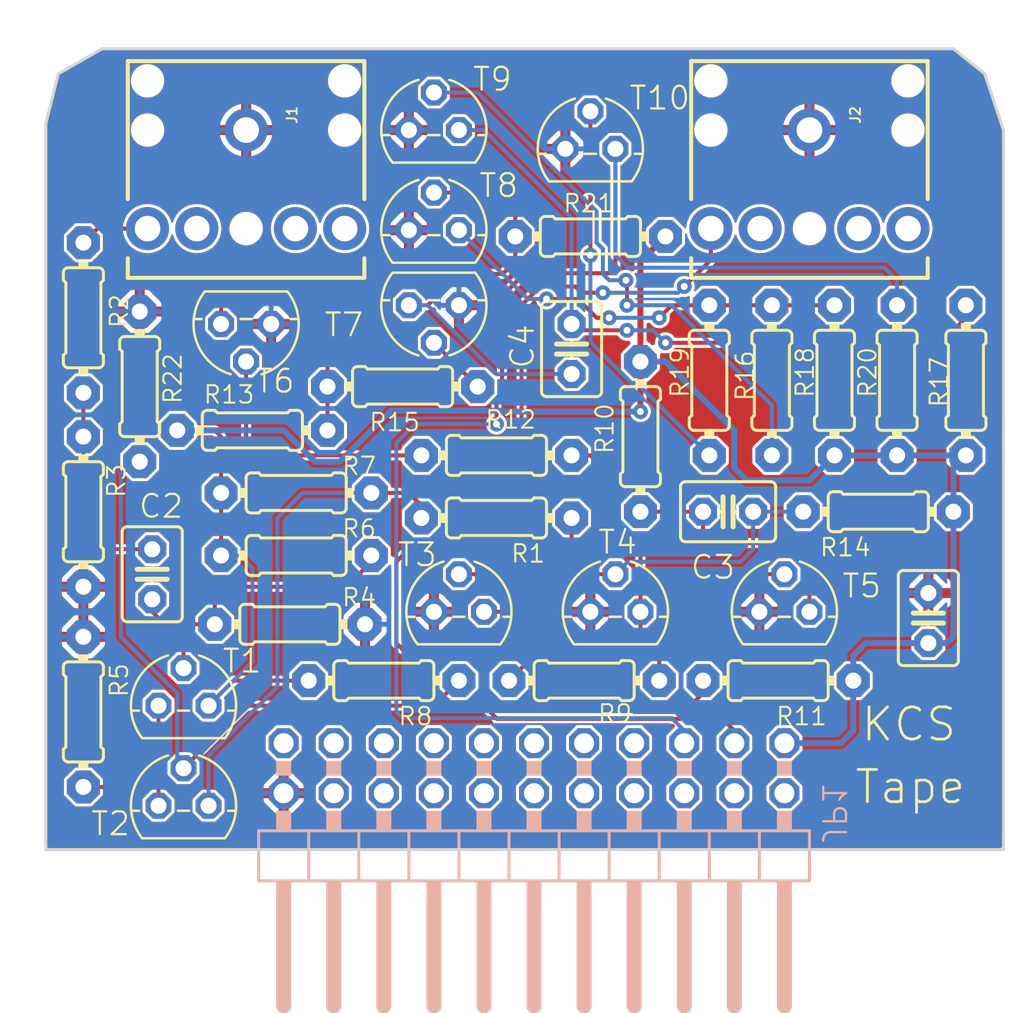
<source format=kicad_pcb>
(kicad_pcb (version 20240108) (generator "pcbnew") (generator_version "8.0")
  (layers (0 "F.Cu" signal) (31 "B.Cu" signal) (34 "B.Paste" user) (35 "F.Paste" user) (36 "B.SilkS" user "B.Silkscreen") (37 "F.SilkS" user "F.Silkscreen") (38 "B.Mask" user) (39 "F.Mask" user) (44 "Edge.Cuts" user))
  (net 0 "")
  (net 1 "VCC")
  (net 2 "GND")
  (net 3 "N$1")
  (net 4 "N$2")
  (net 5 "N$3")
  (net 6 "DIGITAL")
  (net 7 "N$6")
  (net 8 "N$5")
  (net 9 "N$7")
  (net 10 "TAPE_EAR")
  (net 11 "TAPE_MIC")
  (net 12 "N$8")
  (net 13 "N$9")
  (net 14 "N$10")
  (net 15 "N$12")
  (net 16 "N$13")
  (net 17 "LONGS")
  (net 18 "N$16")
  (net 19 "N$17")
  (net 20 "N$18")
  (net 21 "N$19")
  (net 22 "N$20")
  (net 23 "N$21")
  (footprint "Tape_V2:TO92_402" (layer "F.Cu") (at 145.16735 113.2586)
    (property "Reference" "T3")
    (property "Value" "2N3904")
  )
  (footprint "Tape_V2:C025-030X050_420" (layer "F.Cu") (at 158.81985 108.1786)
    (property "Reference" "C3")
    (property "Value" "0.1uF")
  )
  (footprint "Tape_V2:TO92_402" (layer "F.Cu") (at 151.83485 89.7636)
    (property "Reference" "T10")
    (property "Value" "2N3904")
  )
  (footprint "Tape_V2:0204_7_420" (layer "F.Cu") (at 126.11735 118.3386 -90)
    (property "Reference" "R5")
    (property "Value" "100")
  )
  (footprint "Tape_V2:AUDIO-JACK_513" (layer "F.Cu") (at 134.37235 88.8111 -90)
    (property "Reference" "J1")
    (property "Value" "AUDIO_JACK_3.5MM_PTH")
  )
  (footprint "Tape_V2:0204_7_420" (layer "F.Cu") (at 134.68985 104.0511)
    (property "Reference" "R13")
    (property "Value" "1k")
  )
  (footprint "Tape_V2:0204_7_420" (layer "F.Cu") (at 157.86735 101.5111 90)
    (property "Reference" "R19")
    (property "Value" "LIM")
  )
  (footprint "Tape_V2:0204_7_420" (layer "F.Cu") (at 136.59485 113.8936 180)
    (property "Reference" "R4")
    (property "Value" "3k")
  )
  (footprint "Tape_V2:TO92_402" (layer "F.Cu") (at 143.89735 88.8111)
    (property "Reference" "T9")
    (property "Value" "2N3904")
  )
  (footprint "Tape_V2:0204_7_420" (layer "F.Cu") (at 136.91235 107.2261 180)
    (property "Reference" "R7")
    (property "Value" "1k")
  )
  (footprint "Tape_V2:C025-030X050_420" (layer "F.Cu") (at 129.60985 111.3536 90)
    (property "Reference" "C2")
    (property "Value" "0.1uF")
  )
  (footprint "Tape_V2:0204_7_420" (layer "F.Cu") (at 128.97485 101.8286 -90)
    (property "Reference" "R22")
    (property "Value" "3k")
  )
  (footprint "Tape_V2:TO92_402" (layer "F.Cu") (at 131.19735 123.1011)
    (property "Reference" "T2")
    (property "Value" "2N3904")
  )
  (footprint "Tape_V2:0204_7_420" (layer "F.Cu") (at 126.11735 98.3361 -90)
    (property "Reference" "R2")
    (property "Value" "100")
  )
  (footprint "Tape_V2:TO92_402" (layer "F.Cu") (at 143.89735 93.8911)
    (property "Reference" "T8")
    (property "Value" "2N3904")
  )
  (footprint "Tape_V2:TO92_402" (layer "F.Cu") (at 143.89735 97.7011 180)
    (property "Reference" "T7")
    (property "Value" "2N3904")
  )
  (footprint "Tape_V2:C025-030X050_420" (layer "F.Cu") (at 168.97985 113.5761 90)
    (property "Reference" "C1" (hide yes))
    (property "Value" "0.1uF")
  )
  (footprint "Tape_V2:0204_7_420" (layer "F.Cu") (at 167.39235 101.5111 90)
    (property "Reference" "R20")
    (property "Value" "1k")
  )
  (footprint "Tape_V2:0204_7_420" (layer "F.Cu") (at 151.83485 94.2086 180)
    (property "Reference" "R21")
    (property "Value" "80k")
  )
  (footprint "Tape_V2:0204_7_420" (layer "F.Cu") (at 154.37485 104.3686 90)
    (property "Reference" "R10")
    (property "Value" "1k")
  )
  (footprint "Tape_V2:0204_7_420" (layer "F.Cu") (at 147.07235 105.3211)
    (property "Reference" "R12")
    (property "Value" "LIM")
  )
  (footprint "Tape_V2:0204_7_420" (layer "F.Cu") (at 136.91235 110.4011 180)
    (property "Reference" "R6")
    (property "Value" "10k")
  )
  (footprint "Tape_V2:AUDIO-JACK_513" (layer "F.Cu") (at 162.94735 88.8111 -90)
    (property "Reference" "J2")
    (property "Value" "AUDIO_JACK_3.5MM_PTH")
  )
  (footprint "Tape_V2:TO92_402" (layer "F.Cu") (at 153.10485 113.2586)
    (property "Reference" "T4")
    (property "Value" "2N3904")
  )
  (footprint "Tape_V2:0204_7_420" (layer "F.Cu") (at 161.04235 101.5111 -90)
    (property "Reference" "R16")
    (property "Value" "LIM")
  )
  (footprint "Tape_V2:0204_7_420" (layer "F.Cu") (at 161.35985 116.7511 180)
    (property "Reference" "R11")
    (property "Value" "1k")
  )
  (footprint "Tape_V2:TO92_402" (layer "F.Cu") (at 134.37235 98.6536 180)
    (property "Reference" "T6")
    (property "Value" "2N3904")
  )
  (footprint "Tape_V2:0204_7_420" (layer "F.Cu") (at 147.07235 108.4961 180)
    (property "Reference" "R1")
    (property "Value" "LIM")
  )
  (footprint "Tape_V2:0204_7_420" (layer "F.Cu") (at 170.88485 101.5111 -90)
    (property "Reference" "R17")
    (property "Value" "1k")
  )
  (footprint "Tape_V2:0204_7_420" (layer "F.Cu") (at 142.30985 101.8286 180)
    (property "Reference" "R15")
    (property "Value" "LIM")
  )
  (footprint "Tape_V2:TO92_402" (layer "F.Cu") (at 131.19735 118.0211)
    (property "Reference" "T1")
    (property "Value" "2N3904")
  )
  (footprint "Tape_V2:TO92_402" (layer "F.Cu") (at 161.67735 113.2586)
    (property "Reference" "T5")
    (property "Value" "2N3904")
  )
  (footprint "Tape_V2:0204_7_420" (layer "F.Cu") (at 164.21735 101.5111 90)
    (property "Reference" "R18")
    (property "Value" "1k")
  )
  (footprint "Tape_V2:0204_7_420" (layer "F.Cu") (at 166.43985 108.1786 180)
    (property "Reference" "R14")
    (property "Value" "22k")
  )
  (footprint "Tape_V2:0204_7_420" (layer "F.Cu") (at 141.35735 116.7511 180)
    (property "Reference" "R8")
    (property "Value" "10k")
  )
  (footprint "Tape_V2:C025-030X050_420" (layer "F.Cu") (at 150.88235 99.9236 -90)
    (property "Reference" "C4")
    (property "Value" "0.1uF")
  )
  (footprint "Tape_V2:0204_7_420" (layer "F.Cu") (at 126.11735 108.1786 90)
    (property "Reference" "R3")
    (property "Value" "50")
  )
  (footprint "Tape_V2:0204_7_420" (layer "F.Cu") (at 151.51735 116.7511)
    (property "Reference" "R9")
    (property "Value" "LIM")
  )
  (footprint "Tape_V2:2X11_90_325" (layer "B.Cu") (at 148.97735 126.2761)
    (property "Reference" "JP1")
    (property "Value" "")
  )
  (gr_line (start 124.84735 85.9536) (end 127.06985 84.6836) (stroke (width 0.1524)) (layer "Edge.Cuts"))
  (gr_line (start 172.78985 88.8111) (end 172.78985 125.3236) (stroke (width 0.1524)) (layer "Edge.Cuts"))
  (gr_line (start 127.06985 84.6836) (end 170.24985 84.6836) (stroke (width 0.1524)) (layer "Edge.Cuts"))
  (gr_line (start 170.24985 84.6836) (end 171.83735 85.9536) (stroke (width 0.1524)) (layer "Edge.Cuts"))
  (gr_line (start 124.21235 88.4936) (end 124.21235 125.3236) (stroke (width 0.1524)) (layer "Edge.Cuts"))
  (gr_line (start 124.21235 88.4936) (end 124.84735 85.9536) (stroke (width 0.1524)) (layer "Edge.Cuts"))
  (gr_line (start 124.21235 125.3236) (end 172.78985 125.3236) (stroke (width 0.1524)) (layer "Edge.Cuts"))
  (gr_line (start 171.83735 85.9536) (end 172.78985 88.8111) (stroke (width 0.1524)) (layer "Edge.Cuts"))
  (gr_text "KCS" (at 165.48735 119.9261 0) (layer "F.SilkS") (effects (font (size 1.63576 1.63576) (thickness 0.14224)) (justify left bottom)))
  (gr_text "Tape" (at 165.16985 123.1011 0) (layer "F.SilkS") (effects (font (size 1.63576 1.63576) (thickness 0.14224)) (justify left bottom)))
  (segment (start 133.10235 104.3686) (end 133.10235 107.2261) (width 0.2032) (layer "F.Cu") (net 1))
  (segment (start 154.37485 95.4786) (end 155.64485 94.2086) (width 0.3048) (layer "F.Cu") (net 1))
  (segment (start 133.10235 110.4011) (end 133.10235 107.2261) (width 0.2032) (layer "F.Cu") (net 1))
  (segment (start 133.73735 116.7511) (end 132.46735 118.0211) (width 0.2032) (layer "F.Cu") (net 1))
  (segment (start 154.37485 100.5586) (end 154.37485 95.4786) (width 0.3048) (layer "F.Cu") (net 1))
  (segment (start 130.87985 104.0511) (end 132.78485 104.0511) (width 0.2032) (layer "F.Cu") (net 1))
  (segment (start 154.37485 103.0986) (end 154.37485 100.5586) (width 0.3048) (layer "F.Cu") (net 1))
  (segment (start 132.78485 104.0511) (end 133.10235 104.3686) (width 0.2032) (layer "F.Cu") (net 1))
  (segment (start 137.54735 116.7511) (end 133.73735 116.7511) (width 0.2032) (layer "F.Cu") (net 1))
  (via (at 154.37485 103.0986) (size 0.7564) (drill 0.35) (layers "F.Cu" "B.Cu") (net 1))
  (segment (start 165.80485 114.8461) (end 168.97985 114.8461) (width 0.3048) (layer "B.Cu") (net 1))
  (segment (start 170.24985 114.5286) (end 170.24985 108.1786) (width 0.3048) (layer "B.Cu") (net 1))
  (segment (start 164.53485 119.9261) (end 165.16985 119.2911) (width 0.3048) (layer "B.Cu") (net 1))
  (segment (start 170.24985 105.3211) (end 170.88485 105.3211) (width 0.3048) (layer "B.Cu") (net 1))
  (segment (start 161.67735 119.9261) (end 164.53485 119.9261) (width 0.3048) (layer "B.Cu") (net 1))
  (segment (start 170.88485 105.3211) (end 167.39235 105.3211) (width 0.3048) (layer "B.Cu") (net 1))
  (segment (start 159.13735 104.0511) (end 155.64485 100.5586) (width 0.3048) (layer "B.Cu") (net 1))
  (segment (start 155.64485 100.5586) (end 154.37485 100.5586) (width 0.3048) (layer "B.Cu") (net 1))
  (segment (start 169.93235 114.8461) (end 170.24985 114.5286) (width 0.3048) (layer "B.Cu") (net 1))
  (segment (start 134.68985 111.0361) (end 134.05485 110.4011) (width 0.2032) (layer "B.Cu") (net 1))
  (segment (start 141.72285 103.0506) (end 147.355262 103.0506) (width 0.3048) (layer "B.Cu") (net 1))
  (segment (start 162.94735 106.5911) (end 159.77235 106.5911) (width 0.3048) (layer "B.Cu") (net 1))
  (segment (start 159.77235 106.5911) (end 159.13735 105.9561) (width 0.3048) (layer "B.Cu") (net 1))
  (segment (start 147.355262 103.0506) (end 147.403262 103.0986) (width 0.3048) (layer "B.Cu") (net 1))
  (segment (start 134.68985 115.7986) (end 134.68985 111.0361) (width 0.2032) (layer "B.Cu") (net 1))
  (segment (start 170.24985 108.1786) (end 170.24985 105.3211) (width 0.3048) (layer "B.Cu") (net 1))
  (segment (start 130.87985 104.0511) (end 136.27735 104.0511) (width 0.3048) (layer "B.Cu") (net 1))
  (segment (start 167.39235 105.3211) (end 164.21735 105.3211) (width 0.3048) (layer "B.Cu") (net 1))
  (segment (start 168.97985 114.8461) (end 169.93235 114.8461) (width 0.3048) (layer "B.Cu") (net 1))
  (segment (start 159.13735 105.9561) (end 159.13735 104.0511) (width 0.3048) (layer "B.Cu") (net 1))
  (segment (start 165.16985 115.4811) (end 165.80485 114.8461) (width 0.3048) (layer "B.Cu") (net 1))
  (segment (start 132.46735 118.0211) (end 134.68985 115.7986) (width 0.2032) (layer "B.Cu") (net 1))
  (segment (start 165.16985 119.2911) (end 165.16985 116.7511) (width 0.3048) (layer "B.Cu") (net 1))
  (segment (start 136.27735 104.0511) (end 137.86485 105.6386) (width 0.3048) (layer "B.Cu") (net 1))
  (segment (start 139.13485 105.6386) (end 141.72285 103.0506) (width 0.3048) (layer "B.Cu") (net 1))
  (segment (start 164.21735 105.3211) (end 162.94735 106.5911) (width 0.3048) (layer "B.Cu") (net 1))
  (segment (start 134.05485 110.4011) (end 133.10235 110.4011) (width 0.2032) (layer "B.Cu") (net 1))
  (segment (start 137.86485 105.6386) (end 139.13485 105.6386) (width 0.3048) (layer "B.Cu") (net 1))
  (segment (start 165.16985 116.7511) (end 165.16985 115.4811) (width 0.3048) (layer "B.Cu") (net 1))
  (segment (start 147.403262 103.0986) (end 154.37485 103.0986) (width 0.3048) (layer "B.Cu") (net 1))
  (segment (start 126.11735 122.1486) (end 129.92735 122.1486) (width 0.2032) (layer "F.Cu") (net 3))
  (segment (start 129.92735 118.0211) (end 129.92735 122.1486) (width 0.2032) (layer "F.Cu") (net 3))
  (segment (start 129.92735 122.1486) (end 129.92735 123.1011) (width 0.2032) (layer "F.Cu") (net 3))
  (segment (start 133.41985 111.9886) (end 132.78485 112.6236) (width 0.2032) (layer "F.Cu") (net 4))
  (segment (start 130.24485 113.8936) (end 131.19735 113.8936) (width 0.2032) (layer "F.Cu") (net 4))
  (segment (start 131.19735 116.1161) (end 131.19735 113.8936) (width 0.2032) (layer "F.Cu") (net 4))
  (segment (start 130.24485 113.8936) (end 129.60985 113.2586) (width 0.2032) (layer "F.Cu") (net 4))
  (segment (start 140.72235 110.7186) (end 139.45235 111.9886) (width 0.2032) (layer "F.Cu") (net 4))
  (segment (start 132.78485 112.6236) (end 132.78485 113.8936) (width 0.2032) (layer "F.Cu") (net 4))
  (segment (start 129.60985 112.6236) (end 129.60985 113.2586) (width 0.2032) (layer "F.Cu") (net 4))
  (segment (start 139.45235 111.9886) (end 133.41985 111.9886) (width 0.2032) (layer "F.Cu") (net 4))
  (segment (start 140.72235 110.4011) (end 140.72235 110.7186) (width 0.2032) (layer "F.Cu") (net 4))
  (segment (start 132.78485 113.8936) (end 131.19735 113.8936) (width 0.2032) (layer "F.Cu") (net 4))
  (segment (start 126.11735 104.3686) (end 126.11735 108.8136) (width 0.2032) (layer "F.Cu") (net 5))
  (segment (start 126.11735 102.1461) (end 126.11735 104.3686) (width 0.2032) (layer "F.Cu") (net 5))
  (segment (start 127.38735 110.0836) (end 126.11735 108.8136) (width 0.2032) (layer "F.Cu") (net 5))
  (segment (start 129.60985 110.0836) (end 127.38735 110.0836) (width 0.2032) (layer "F.Cu") (net 5))
  (segment (start 142.62735 107.2261) (end 143.26235 107.8611) (width 0.2032) (layer "F.Cu") (net 6))
  (segment (start 140.72235 107.2261) (end 142.62735 107.2261) (width 0.2032) (layer "F.Cu") (net 6))
  (segment (start 143.26235 107.8611) (end 143.26235 108.4961) (width 0.2032) (layer "F.Cu") (net 6))
  (segment (start 135.95985 108.4961) (end 137.22985 107.2261) (width 0.2032) (layer "B.Cu") (net 6))
  (segment (start 135.95985 117.0686) (end 135.95985 108.4961) (width 0.2032) (layer "B.Cu") (net 6))
  (segment (start 132.46735 123.1011) (end 132.46735 120.5611) (width 0.2032) (layer "B.Cu") (net 6))
  (segment (start 137.22985 107.2261) (end 140.72235 107.2261) (width 0.2032) (layer "B.Cu") (net 6))
  (segment (start 132.46735 120.5611) (end 135.95985 117.0686) (width 0.2032) (layer "B.Cu") (net 6))
  (segment (start 134.37235 118.0211) (end 131.19735 121.1961) (width 0.2032) (layer "F.Cu") (net 7))
  (segment (start 145.16735 116.7511) (end 143.89735 118.0211) (width 0.2032) (layer "F.Cu") (net 7))
  (segment (start 143.89735 118.0211) (end 134.37235 118.0211) (width 0.2032) (layer "F.Cu") (net 7))
  (segment (start 130.87985 120.8786) (end 130.87985 117.3861) (width 0.2032) (layer "B.Cu") (net 7))
  (segment (start 128.02235 106.2736) (end 128.65735 105.6386) (width 0.2032) (layer "B.Cu") (net 7))
  (segment (start 128.65735 105.6386) (end 128.97485 105.6386) (width 0.2032) (layer "B.Cu") (net 7))
  (segment (start 131.19735 121.1961) (end 130.87985 120.8786) (width 0.2032) (layer "B.Cu") (net 7))
  (segment (start 128.02235 114.5286) (end 128.02235 106.2736) (width 0.2032) (layer "B.Cu") (net 7))
  (segment (start 130.87985 117.3861) (end 128.02235 114.5286) (width 0.2032) (layer "B.Cu") (net 7))
  (segment (start 149.92985 111.3536) (end 150.88235 110.4011) (width 0.2032) (layer "F.Cu") (net 8))
  (segment (start 150.88235 110.4011) (end 150.88235 108.4961) (width 0.2032) (layer "F.Cu") (net 8))
  (segment (start 145.16735 111.3536) (end 149.92985 111.3536) (width 0.2032) (layer "F.Cu") (net 8))
  (segment (start 126.11735 94.5261) (end 126.83235 93.8111) (width 0.2032) (layer "F.Cu") (net 9))
  (segment (start 129.37235 93.8111) (end 126.83235 93.8111) (width 0.2032) (layer "F.Cu") (net 9))
  (segment (start 147.07235 103.7336) (end 147.07235 102.420707) (width 0.2032) (layer "F.Cu") (net 10))
  (segment (start 147.35175 102.141307) (end 147.35175 97.2363) (width 0.2032) (layer "F.Cu") (net 10))
  (segment (start 153.10485 96.0755) (end 153.10485 89.7636) (width 0.2032) (layer "F.Cu") (net 10))
  (segment (start 147.07235 102.420707) (end 147.35175 102.141307) (width 0.2032) (layer "F.Cu") (net 10))
  (segment (start 148.51255 96.0755) (end 153.10485 96.0755) (width 0.2032) (layer "F.Cu") (net 10))
  (segment (start 147.35175 97.2363) (end 148.51255 96.0755) (width 0.2032) (layer "F.Cu") (net 10))
  (via (at 147.07235 103.7336) (size 0.7564) (drill 0.35) (layers "F.Cu" "B.Cu") (net 10))
  (segment (start 142.30985 118.6561) (end 155.96235 118.6561) (width 0.2032) (layer "B.Cu") (net 10))
  (segment (start 166.75735 95.7961) (end 153.73985 95.7961) (width 0.2032) (layer "B.Cu") (net 10))
  (segment (start 167.39235 97.7011) (end 167.39235 96.4311) (width 0.2032) (layer "B.Cu") (net 10))
  (segment (start 141.99235 104.6861) (end 141.99235 118.3386) (width 0.2032) (layer "B.Cu") (net 10))
  (segment (start 155.96235 118.6561) (end 156.59735 119.2911) (width 0.2032) (layer "B.Cu") (net 10))
  (segment (start 142.94485 103.7336) (end 147.07235 103.7336) (width 0.2032) (layer "B.Cu") (net 10))
  (segment (start 141.99235 118.3386) (end 142.30985 118.6561) (width 0.2032) (layer "B.Cu") (net 10))
  (segment (start 156.59735 119.2911) (end 156.59735 119.9261) (width 0.2032) (layer "B.Cu") (net 10))
  (segment (start 153.10485 95.1611) (end 153.10485 89.7636) (width 0.2032) (layer "B.Cu") (net 10))
  (segment (start 153.73985 95.7961) (end 153.10485 95.1611) (width 0.2032) (layer "B.Cu") (net 10))
  (segment (start 142.94485 103.7336) (end 141.99235 104.6861) (width 0.2032) (layer "B.Cu") (net 10))
  (segment (start 167.39235 96.4311) (end 166.75735 95.7961) (width 0.2032) (layer "B.Cu") (net 10))
  (segment (start 142.30985 115.1636) (end 145.80235 115.1636) (width 0.2032) (layer "F.Cu") (net 11))
  (segment (start 157.94735 93.8111) (end 157.94735 95.3986) (width 0.2032) (layer "F.Cu") (net 11))
  (segment (start 156.74465 118.6942) (end 156.78275 118.6561) (width 0.2032) (layer "F.Cu") (net 11))
  (segment (start 141.99235 114.8461) (end 142.30985 115.1636) (width 0.2032) (layer "F.Cu") (net 11))
  (segment (start 151.38525 97.0661) (end 151.07055 96.7514) (width 0.2032) (layer "F.Cu") (net 11))
  (segment (start 159.13735 119.2911) (end 159.13735 119.9261) (width 0.2032) (layer "F.Cu") (net 11))
  (segment (start 157.94735 95.3986) (end 156.59735 96.7486) (width 0.2032) (layer "F.Cu") (net 11))
  (segment (start 141.99235 110.7186) (end 141.99235 114.8461) (width 0.2032) (layer "F.Cu") (net 11))
  (segment (start 149.29485 96.7486) (end 148.34235 97.7011) (width 0.2032) (layer "F.Cu") (net 11))
  (segment (start 147.11045 118.6942) (end 156.74465 118.6942) (width 0.2032) (layer "F.Cu") (net 11))
  (segment (start 148.34235 97.7011) (end 148.34235 109.4486) (width 0.2032) (layer "F.Cu") (net 11))
  (segment (start 148.34235 109.4486) (end 147.70735 110.0836) (width 0.2032) (layer "F.Cu") (net 11))
  (segment (start 145.80235 115.1636) (end 146.43735 115.7986) (width 0.2032) (layer "F.Cu") (net 11))
  (segment (start 156.78275 118.6561) (end 158.50235 118.6561) (width 0.2032) (layer "F.Cu") (net 11))
  (segment (start 151.07055 96.7514) (end 149.29765 96.7514) (width 0.2032) (layer "F.Cu") (net 11))
  (segment (start 149.29765 96.7514) (end 149.29485 96.7486) (width 0.2032) (layer "F.Cu") (net 11))
  (segment (start 146.43735 118.0211) (end 147.11045 118.6942) (width 0.2032) (layer "F.Cu") (net 11))
  (segment (start 142.62735 110.0836) (end 141.99235 110.7186) (width 0.2032) (layer "F.Cu") (net 11))
  (segment (start 152.46985 97.0661) (end 151.38525 97.0661) (width 0.2032) (layer "F.Cu") (net 11))
  (segment (start 158.50235 118.6561) (end 159.13735 119.2911) (width 0.2032) (layer "F.Cu") (net 11))
  (segment (start 146.43735 115.7986) (end 146.43735 118.0211) (width 0.2032) (layer "F.Cu") (net 11))
  (segment (start 147.70735 110.0836) (end 142.62735 110.0836) (width 0.2032) (layer "F.Cu") (net 11))
  (via (at 156.59735 96.7486) (size 0.7564) (drill 0.35) (layers "F.Cu" "B.Cu") (net 11))
  (via (at 152.46985 97.0661) (size 0.7564) (drill 0.35) (layers "F.Cu" "B.Cu") (net 11))
  (segment (start 156.27985 97.0661) (end 152.46985 97.0661) (width 0.2032) (layer "B.Cu") (net 11))
  (segment (start 156.59735 96.7486) (end 156.27985 97.0661) (width 0.2032) (layer "B.Cu") (net 11))
  (segment (start 146.43735 113.2586) (end 149.92985 113.2586) (width 0.2032) (layer "F.Cu") (net 12))
  (segment (start 151.83485 111.3536) (end 153.10485 111.3536) (width 0.2032) (layer "F.Cu") (net 12))
  (segment (start 149.92985 113.2586) (end 151.83485 111.3536) (width 0.2032) (layer "F.Cu") (net 12))
  (segment (start 153.73985 110.7186) (end 159.45485 110.7186) (width 0.2032) (layer "B.Cu") (net 12))
  (segment (start 162.62985 108.1786) (end 160.08985 108.1786) (width 0.2032) (layer "B.Cu") (net 12))
  (segment (start 160.08985 110.0836) (end 160.08985 108.1786) (width 0.2032) (layer "B.Cu") (net 12))
  (segment (start 159.45485 110.7186) (end 160.08985 110.0836) (width 0.2032) (layer "B.Cu") (net 12))
  (segment (start 153.10485 111.3536) (end 153.73985 110.7186) (width 0.2032) (layer "B.Cu") (net 12))
  (segment (start 155.32735 116.7511) (end 155.32735 115.4811) (width 0.2032) (layer "F.Cu") (net 13))
  (segment (start 155.32735 115.4811) (end 159.45485 111.3536) (width 0.2032) (layer "F.Cu") (net 13))
  (segment (start 159.45485 111.3536) (end 161.67735 111.3536) (width 0.2032) (layer "F.Cu") (net 13))
  (segment (start 162.94735 110.4011) (end 162.31235 109.7661) (width 0.2032) (layer "F.Cu") (net 14))
  (segment (start 162.94735 113.2586) (end 162.94735 110.4011) (width 0.2032) (layer "F.Cu") (net 14))
  (segment (start 154.37485 108.1786) (end 157.54985 108.1786) (width 0.2032) (layer "F.Cu") (net 14))
  (segment (start 157.54985 109.1311) (end 157.54985 108.1786) (width 0.2032) (layer "F.Cu") (net 14))
  (segment (start 162.31235 109.7661) (end 158.18485 109.7661) (width 0.2032) (layer "F.Cu") (net 14))
  (segment (start 158.18485 109.7661) (end 157.54985 109.1311) (width 0.2032) (layer "F.Cu") (net 14))
  (segment (start 153.42235 117.7036) (end 153.42235 115.4811) (width 0.2032) (layer "F.Cu") (net 15))
  (segment (start 154.37485 114.5286) (end 154.37485 113.2586) (width 0.2032) (layer "F.Cu") (net 15))
  (segment (start 154.37485 110.0836) (end 154.37485 113.2586) (width 0.2032) (layer "F.Cu") (net 15))
  (segment (start 157.54985 117.3861) (end 156.59735 118.3386) (width 0.2032) (layer "F.Cu") (net 15))
  (segment (start 152.46985 105.9561) (end 151.83485 105.3211) (width 0.2032) (layer "F.Cu") (net 15))
  (segment (start 156.59735 118.3386) (end 154.05735 118.3386) (width 0.2032) (layer "F.Cu") (net 15))
  (segment (start 154.05735 118.3386) (end 153.42235 117.7036) (width 0.2032) (layer "F.Cu") (net 15))
  (segment (start 153.42235 115.4811) (end 154.37485 114.5286) (width 0.2032) (layer "F.Cu") (net 15))
  (segment (start 147.70735 116.7511) (end 148.97735 115.4811) (width 0.2032) (layer "F.Cu") (net 15))
  (segment (start 157.54985 116.7511) (end 157.54985 117.3861) (width 0.2032) (layer "F.Cu") (net 15))
  (segment (start 153.10485 109.7661) (end 154.05735 109.7661) (width 0.2032) (layer "F.Cu") (net 15))
  (segment (start 152.46985 109.1311) (end 153.10485 109.7661) (width 0.2032) (layer "F.Cu") (net 15))
  (segment (start 152.46985 105.9561) (end 152.46985 109.1311) (width 0.2032) (layer "F.Cu") (net 15))
  (segment (start 148.97735 115.4811) (end 153.42235 115.4811) (width 0.2032) (layer "F.Cu") (net 15))
  (segment (start 150.88235 105.3211) (end 151.83485 105.3211) (width 0.2032) (layer "F.Cu") (net 15))
  (segment (start 154.05735 109.7661) (end 154.37485 110.0836) (width 0.2032) (layer "F.Cu") (net 15))
  (segment (start 134.37235 105.0036) (end 134.68985 105.3211) (width 0.2032) (layer "F.Cu") (net 16))
  (segment (start 134.37235 100.5586) (end 134.37235 105.0036) (width 0.2032) (layer "F.Cu") (net 16))
  (segment (start 134.68985 105.3211) (end 143.26235 105.3211) (width 0.2032) (layer "F.Cu") (net 16))
  (segment (start 138.49985 101.8286) (end 138.49985 97.7011) (width 0.2032) (layer "F.Cu") (net 17))
  (segment (start 138.18235 97.3836) (end 133.41985 97.3836) (width 0.2032) (layer "F.Cu") (net 17))
  (segment (start 138.49985 101.8286) (end 138.49985 104.0511) (width 0.2032) (layer "F.Cu") (net 17))
  (segment (start 133.41985 97.3836) (end 133.10235 97.7011) (width 0.2032) (layer "F.Cu") (net 17))
  (segment (start 138.49985 97.7011) (end 138.18235 97.3836) (width 0.2032) (layer "F.Cu") (net 17))
  (segment (start 133.10235 97.7011) (end 133.10235 98.6536) (width 0.2032) (layer "F.Cu") (net 17))
  (segment (start 143.89735 99.6061) (end 146.11985 101.8286) (width 0.2032) (layer "F.Cu") (net 18))
  (segment (start 145.16735 96.1136) (end 147.38985 96.1136) (width 0.2032) (layer "F.Cu") (net 19))
  (segment (start 148.02485 94.2086) (end 148.02485 92.6211) (width 0.2032) (layer "F.Cu") (net 19))
  (segment (start 147.38985 91.9861) (end 143.89735 91.9861) (width 0.2032) (layer "F.Cu") (net 19))
  (segment (start 147.38985 96.1136) (end 148.02485 95.4786) (width 0.2032) (layer "F.Cu") (net 19))
  (segment (start 148.02485 92.6211) (end 147.38985 91.9861) (width 0.2032) (layer "F.Cu") (net 19))
  (segment (start 142.62735 97.7011) (end 143.57985 97.7011) (width 0.2032) (layer "F.Cu") (net 19))
  (segment (start 148.02485 95.4786) (end 148.02485 94.2086) (width 0.2032) (layer "F.Cu") (net 19))
  (segment (start 143.57985 97.7011) (end 145.16735 96.1136) (width 0.2032) (layer "F.Cu") (net 19))
  (segment (start 143.57985 97.7011) (end 147.07235 101.1936) (width 0.2032) (layer "B.Cu") (net 19))
  (segment (start 142.62735 97.7011) (end 143.57985 97.7011) (width 0.2032) (layer "B.Cu") (net 19))
  (segment (start 147.07235 101.1936) (end 150.88235 101.1936) (width 0.2032) (layer "B.Cu") (net 19))
  (segment (start 153.69185 96.485232) (end 153.69185 97.7011) (width 0.2032) (layer "F.Cu") (net 20))
  (segment (start 153.640518 96.4339) (end 153.69185 96.485232) (width 0.2032) (layer "F.Cu") (net 20))
  (via (at 153.640518 96.4339) (size 0.7564) (drill 0.35) (layers "F.Cu" "B.Cu") (net 20))
  (via (at 153.69185 97.7011) (size 0.7564) (drill 0.35) (layers "F.Cu" "B.Cu") (net 20))
  (segment (start 152.79015 96.4339) (end 153.640518 96.4339) (width 0.2032) (layer "B.Cu") (net 20))
  (segment (start 152.15235 94.5261) (end 152.15235 92.9386) (width 0.2032) (layer "B.Cu") (net 20))
  (segment (start 155.96235 97.7011) (end 161.04235 102.7811) (width 0.2032) (layer "B.Cu") (net 20))
  (segment (start 161.04235 105.3211) (end 161.04235 102.7811) (width 0.2032) (layer "B.Cu") (net 20))
  (segment (start 152.46985 94.8436) (end 152.15235 94.5261) (width 0.2032) (layer "B.Cu") (net 20))
  (segment (start 152.46985 96.1136) (end 152.79015 96.4339) (width 0.2032) (layer "B.Cu") (net 20))
  (segment (start 153.69185 97.7011) (end 155.96235 97.7011) (width 0.2032) (layer "B.Cu") (net 20))
  (segment (start 152.46985 94.8436) (end 152.46985 96.1136) (width 0.2032) (layer "B.Cu") (net 20))
  (segment (start 152.15235 92.9386) (end 146.11985 86.9061) (width 0.2032) (layer "B.Cu") (net 20))
  (segment (start 146.11985 86.9061) (end 143.89735 86.9061) (width 0.2032) (layer "B.Cu") (net 20))
  (segment (start 155.64485 99.6061) (end 169.61485 99.6061) (width 0.2032) (layer "F.Cu") (net 21))
  (segment (start 151.19985 98.9711) (end 153.69185 98.9711) (width 0.2032) (layer "F.Cu") (net 21))
  (segment (start 170.88485 98.3361) (end 170.88485 97.7011) (width 0.2032) (layer "F.Cu") (net 21))
  (segment (start 169.61485 99.6061) (end 170.88485 98.3361) (width 0.2032) (layer "F.Cu") (net 21))
  (segment (start 150.88235 98.6536) (end 151.19985 98.9711) (width 0.2032) (layer "F.Cu") (net 21))
  (via (at 155.64485 99.6061) (size 0.7564) (drill 0.35) (layers "F.Cu" "B.Cu") (net 21))
  (via (at 153.69185 98.9711) (size 0.7564) (drill 0.35) (layers "F.Cu" "B.Cu") (net 21))
  (segment (start 150.88235 93.2561) (end 150.88235 98.6536) (width 0.2032) (layer "B.Cu") (net 21))
  (segment (start 146.43735 88.8111) (end 150.88235 93.2561) (width 0.2032) (layer "B.Cu") (net 21))
  (segment (start 145.16735 88.8111) (end 146.43735 88.8111) (width 0.2032) (layer "B.Cu") (net 21))
  (segment (start 153.69185 98.9711) (end 155.00985 98.9711) (width 0.2032) (layer "B.Cu") (net 21))
  (segment (start 155.00985 98.9711) (end 155.64485 99.6061) (width 0.2032) (layer "B.Cu") (net 21))
  (segment (start 157.86735 97.7011) (end 164.21735 97.7011) (width 0.2032) (layer "F.Cu") (net 22))
  (segment (start 155.32735 98.3361) (end 155.96235 97.7011) (width 0.2032) (layer "F.Cu") (net 22))
  (segment (start 151.19985 97.3836) (end 152.15235 98.3361) (width 0.2032) (layer "F.Cu") (net 22))
  (segment (start 152.15235 98.3361) (end 152.78735 98.3361) (width 0.2032) (layer "F.Cu") (net 22))
  (segment (start 149.61235 97.3836) (end 151.19985 97.3836) (width 0.2032) (layer "F.Cu") (net 22))
  (segment (start 155.96235 97.7011) (end 157.86735 97.7011) (width 0.2032) (layer "F.Cu") (net 22))
  (segment (start 161.04235 97.7011) (end 164.21735 97.7011) (width 0.2032) (layer "F.Cu") (net 22))
  (via (at 155.32735 98.3361) (size 0.7564) (drill 0.35) (layers "F.Cu" "B.Cu") (net 22))
  (via (at 149.61235 97.3836) (size 0.7564) (drill 0.35) (layers "F.Cu" "B.Cu") (net 22))
  (via (at 152.78735 98.3361) (size 0.7564) (drill 0.35) (layers "F.Cu" "B.Cu") (net 22))
  (segment (start 148.65985 97.3836) (end 145.16735 93.8911) (width 0.2032) (layer "B.Cu") (net 22))
  (segment (start 149.61235 97.3836) (end 148.65985 97.3836) (width 0.2032) (layer "B.Cu") (net 22))
  (segment (start 152.78735 98.3361) (end 155.32735 98.3361) (width 0.2032) (layer "B.Cu") (net 22))
  (segment (start 151.83485 95.1611) (end 151.83485 87.8586) (width 0.2032) (layer "F.Cu") (net 23))
  (via (at 151.83485 95.1611) (size 0.7564) (drill 0.35) (layers "F.Cu" "B.Cu") (net 23))
  (segment (start 151.83485 98.2411) (end 151.83485 95.1611) (width 0.2032) (layer "B.Cu") (net 23))
  (segment (start 151.84755 99.575907) (end 151.84755 98.2538) (width 0.2032) (layer "B.Cu") (net 23))
  (segment (start 151.84755 98.2538) (end 151.83485 98.2411) (width 0.2032) (layer "B.Cu") (net 23))
  (segment (start 153.922443 101.6508) (end 151.84755 99.575907) (width 0.2032) (layer "B.Cu") (net 23))
  (segment (start 154.19705 101.6508) (end 153.922443 101.6508) (width 0.2032) (layer "B.Cu") (net 23))
  (segment (start 157.86735 105.3211) (end 154.19705 101.6508) (width 0.2032) (layer "B.Cu") (net 23))
  (zone (net 2) (net_name "GND") (layer "F.Cu") (priority 6) (connect_pads (clearance 0.000001)) (min_thickness 0.2286) (fill yes (thermal_gap 0.5072) (thermal_bridge_width 0.5072))
    (polygon (pts (xy 173.65345 126.8222) (xy 122.07875 126.8222) (xy 122.07875 83.82) (xy 173.65345 83.82)))
  )
  (zone (net 2) (net_name "GND") (layer "B.Cu") (priority 6) (connect_pads (clearance 0.000001)) (min_thickness 0.1016) (fill yes (thermal_gap 0.2532) (thermal_bridge_width 0.2532))
    (polygon (pts (xy 173.84395 127.473884) (xy 173.382766 127.0127) (xy 121.88825 127.0127) (xy 121.88825 83.371516) (xy 122.265266 82.9945) (xy 173.84395 82.9945)))
  )
)
</source>
